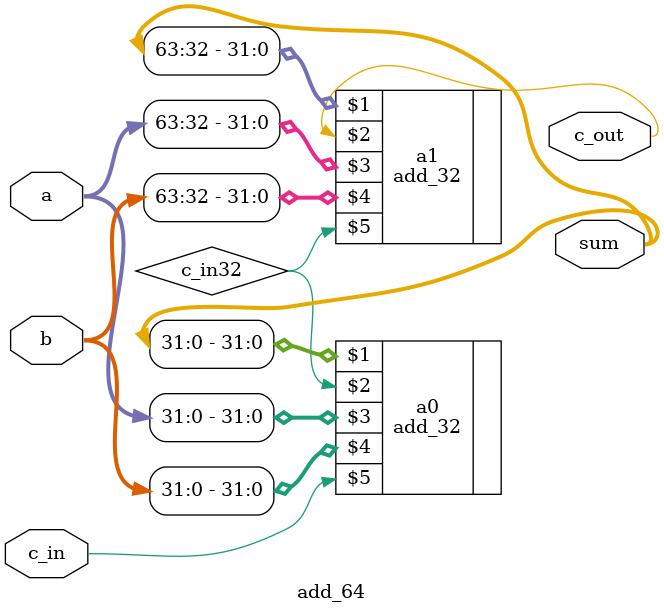
<source format=v>

`include "add_32.v"
module add_64(
    output[63:0] sum,
    output c_out,
    input[63:0] a,
    input[63:0] b,
    input c_in
);

wire c_in32;

add_32 a0 (sum[31:0], c_in32, a[31:0], b[31:0], c_in);
add_32 a1 (sum[63:32], c_out, a[63:32], b[63:32], c_in32);

endmodule


</source>
